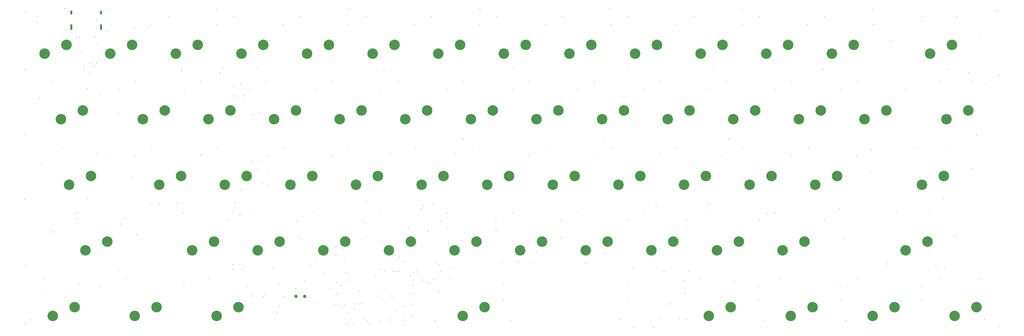
<source format=gbr>
%TF.GenerationSoftware,KiCad,Pcbnew,8.0.3*%
%TF.CreationDate,2024-12-09T14:43:39+08:00*%
%TF.ProjectId,PH60_Rev3,50483630-5f52-4657-9633-2e6b69636164,rev?*%
%TF.SameCoordinates,Original*%
%TF.FileFunction,Plated,1,2,PTH,Mixed*%
%TF.FilePolarity,Positive*%
%FSLAX46Y46*%
G04 Gerber Fmt 4.6, Leading zero omitted, Abs format (unit mm)*
G04 Created by KiCad (PCBNEW 8.0.3) date 2024-12-09 14:43:39*
%MOMM*%
%LPD*%
G01*
G04 APERTURE LIST*
%TA.AperFunction,ComponentDrill*%
%ADD10C,0.200000*%
%TD*%
%TA.AperFunction,ViaDrill*%
%ADD11C,0.300000*%
%TD*%
G04 aperture for slot hole*
%TA.AperFunction,ComponentDrill*%
%ADD12C,0.600000*%
%TD*%
%TA.AperFunction,ComponentDrill*%
%ADD13C,1.000000*%
%TD*%
%TA.AperFunction,ComponentDrill*%
%ADD14C,3.050000*%
%TD*%
G04 APERTURE END LIST*
D10*
%TO.C,U3*%
X132725812Y-113540406D03*
X134635000Y-111631218D03*
X134635000Y-115449594D03*
X136544188Y-113540406D03*
%TD*%
D11*
X29875000Y-85595000D03*
X29885000Y-30965000D03*
X29915000Y-47705000D03*
X29985000Y-66695000D03*
X30005000Y-121505000D03*
X30065000Y-104815000D03*
X31505000Y-120165000D03*
X33265000Y-33765000D03*
X33565000Y-32270000D03*
X34065000Y-56195000D03*
X34915000Y-75365000D03*
X35005000Y-112135000D03*
X35415000Y-108425000D03*
X37905000Y-51285000D03*
X38105000Y-94935000D03*
X40583750Y-70405000D03*
X41565000Y-30085000D03*
X41845000Y-36385000D03*
X44895000Y-38745000D03*
X44945000Y-90995000D03*
X45025000Y-89445000D03*
X45635000Y-109945000D03*
X45695000Y-38305000D03*
X46635000Y-42645000D03*
X46955000Y-47485000D03*
X47235000Y-46735000D03*
X47935000Y-53295000D03*
X48025000Y-85295000D03*
X48675000Y-48535000D03*
X48975000Y-45975000D03*
X49995000Y-46845000D03*
X50275000Y-38315000D03*
X50665000Y-72155000D03*
X50695000Y-33595000D03*
X50705000Y-45965000D03*
X51105000Y-40535000D03*
X51525000Y-110735000D03*
X51675000Y-54625000D03*
X53585000Y-36745000D03*
X53655000Y-29995000D03*
X55155000Y-73615000D03*
X56875000Y-60765000D03*
X57205000Y-53535000D03*
X57415000Y-105855000D03*
X57725000Y-92670000D03*
X58485000Y-90935000D03*
X59275000Y-108465000D03*
X61035000Y-79125000D03*
X61695000Y-35535000D03*
X61920000Y-51325000D03*
X61925000Y-72755000D03*
X62335000Y-95745000D03*
X66445000Y-86595000D03*
X66635000Y-34605000D03*
X66777500Y-70405000D03*
X69055000Y-86795000D03*
X71665000Y-32270000D03*
X74155000Y-86455000D03*
X75315000Y-47330000D03*
X75315000Y-48180000D03*
X75975000Y-89485000D03*
X76105000Y-110725000D03*
X76165000Y-53605000D03*
X80970000Y-51325000D03*
X80985000Y-72585000D03*
X83385000Y-108485000D03*
X85605000Y-30275000D03*
X85735000Y-34635000D03*
X85827500Y-70405000D03*
X86575000Y-48695000D03*
X87495000Y-46915000D03*
X89165000Y-91525000D03*
X90085000Y-104325000D03*
X90185000Y-89085000D03*
X90285000Y-105785000D03*
X90595000Y-55445000D03*
X90635000Y-52675000D03*
X90715000Y-32270000D03*
X90875000Y-86445000D03*
X92325000Y-90055000D03*
X92335000Y-104325000D03*
X92495000Y-52095000D03*
X92625000Y-82515000D03*
X92975000Y-105775000D03*
X93345000Y-104945000D03*
X93595000Y-55435000D03*
X94285000Y-110785000D03*
X95135000Y-53565000D03*
X95335000Y-89455000D03*
X95675000Y-113585000D03*
X96045000Y-60785000D03*
X96055000Y-74615000D03*
X97375000Y-47515000D03*
X97515000Y-76625000D03*
X98005000Y-60255000D03*
X98425000Y-74585000D03*
X98755000Y-80835000D03*
X99064479Y-113685521D03*
X99665521Y-113084479D03*
X100020000Y-51325000D03*
X100605000Y-72705000D03*
X100655000Y-77025000D03*
X100665000Y-81585000D03*
X101915000Y-105555000D03*
X103145000Y-118435000D03*
X103675000Y-110085000D03*
X103855000Y-116615000D03*
X104835000Y-34725000D03*
X104877500Y-70405000D03*
X105085000Y-113755000D03*
X108605000Y-111425000D03*
X108625000Y-91815000D03*
X109515000Y-96395000D03*
X109765000Y-32270000D03*
X111295000Y-109275000D03*
X112695000Y-104815000D03*
X113905000Y-89405000D03*
X114135000Y-115475000D03*
X114295000Y-53655000D03*
X114425000Y-102805000D03*
X116755000Y-107225000D03*
X118505000Y-111335000D03*
X119015000Y-72765000D03*
X119070000Y-51325000D03*
X120085000Y-99485000D03*
X120165000Y-115955000D03*
X120195000Y-101785000D03*
X120335000Y-109565000D03*
X120505000Y-113065000D03*
X121525000Y-115985000D03*
X121725000Y-110475000D03*
X122495000Y-116645000D03*
X122565000Y-102375000D03*
X122685000Y-115935000D03*
X123275000Y-106805000D03*
X123515000Y-121645000D03*
X123555000Y-118315000D03*
X123835000Y-34635000D03*
X123927500Y-70405000D03*
X123985000Y-30065000D03*
X123995000Y-109385000D03*
X125355000Y-121595000D03*
X125485000Y-117185000D03*
X125685000Y-115895000D03*
X126715000Y-115905000D03*
X127065000Y-112175000D03*
X127775000Y-115825000D03*
X128155000Y-91735000D03*
X128515000Y-120225000D03*
X128615000Y-96435000D03*
X128815000Y-32270000D03*
X128845000Y-86145000D03*
X129205000Y-120875000D03*
X130065000Y-121545000D03*
X131715000Y-107705000D03*
X133005000Y-121005000D03*
X133250000Y-105940000D03*
X133345000Y-53695000D03*
X133355000Y-97875000D03*
X133422500Y-89455000D03*
X134125000Y-47845000D03*
X134445000Y-106305000D03*
X135775000Y-72235000D03*
X136035000Y-120545000D03*
X136765000Y-106355000D03*
X137665000Y-106365000D03*
X137798472Y-118095000D03*
X138120000Y-51325000D03*
X138625000Y-106425000D03*
X138655000Y-101945000D03*
X139585000Y-116535000D03*
X140005000Y-120505000D03*
X140305000Y-103705000D03*
X141155000Y-93975000D03*
X141795000Y-107675000D03*
X141825000Y-112945000D03*
X141880000Y-114050000D03*
X142085000Y-115945000D03*
X142275000Y-119335000D03*
X142405000Y-110415000D03*
X142675000Y-106785000D03*
X142915000Y-34755000D03*
X142950000Y-112730000D03*
X142977500Y-70405000D03*
X143575000Y-106145000D03*
X143855000Y-107285000D03*
X144915000Y-88165000D03*
X144955000Y-108285000D03*
X145665000Y-87275000D03*
X145695000Y-108965000D03*
X146565000Y-109615000D03*
X146935000Y-94695000D03*
X147565000Y-109905000D03*
X147865000Y-32270000D03*
X148365000Y-86945000D03*
X148815000Y-108845000D03*
X148985000Y-120675000D03*
X149385000Y-103825000D03*
X150105000Y-112195000D03*
X150165000Y-104625000D03*
X150455000Y-106405000D03*
X150535000Y-91805000D03*
X152395000Y-53595000D03*
X152472500Y-89455000D03*
X152655000Y-93545000D03*
X153205000Y-108495000D03*
X153565000Y-105525000D03*
X154865000Y-72185000D03*
X157055000Y-67935000D03*
X157170000Y-51325000D03*
X161905000Y-34825000D03*
X161995000Y-30105000D03*
X162027500Y-70405000D03*
X166635000Y-91745000D03*
X166655000Y-94695000D03*
X166915000Y-32270000D03*
X168495000Y-103655000D03*
X168855000Y-114705000D03*
X168905000Y-110055000D03*
X170895000Y-120815000D03*
X171522500Y-89455000D03*
X171555000Y-53635000D03*
X171865000Y-47575000D03*
X173095000Y-103605000D03*
X176145000Y-72585000D03*
X176220000Y-51325000D03*
X177545000Y-103835000D03*
X178375000Y-100655000D03*
X181015000Y-34685000D03*
X181077500Y-70405000D03*
X185585000Y-96695000D03*
X185635000Y-91685000D03*
X185965000Y-32270000D03*
X190525000Y-53615000D03*
X190572500Y-89455000D03*
X192765000Y-103925000D03*
X195185000Y-72515000D03*
X195270000Y-51325000D03*
X197992500Y-68385000D03*
X198285000Y-101115000D03*
X199845000Y-30105000D03*
X200015000Y-34685000D03*
X200127500Y-70405000D03*
X202745000Y-120445000D03*
X204735000Y-91615000D03*
X204985000Y-114815000D03*
X204995000Y-47545000D03*
X205015000Y-32270000D03*
X205075000Y-110305000D03*
X206445000Y-105495000D03*
X206585000Y-122705000D03*
X209595000Y-53515000D03*
X209622500Y-89455000D03*
X212375000Y-122695000D03*
X213165000Y-87382500D03*
X214335000Y-51325000D03*
X214345000Y-72515000D03*
X214434999Y-119935000D03*
X215395000Y-106485000D03*
X217145000Y-115845000D03*
X219095000Y-34685000D03*
X219177500Y-70405000D03*
X219985000Y-119965000D03*
X221435000Y-109095000D03*
X221435000Y-112695000D03*
X221855000Y-91305000D03*
X221859265Y-120470735D03*
X222695000Y-106385000D03*
X224065000Y-32270000D03*
X225875000Y-108505000D03*
X228475000Y-86845000D03*
X228595000Y-53515000D03*
X228672500Y-89455000D03*
X229885000Y-47805000D03*
X232545000Y-72685000D03*
X233590000Y-51320000D03*
X234295000Y-67975000D03*
X235785000Y-109445000D03*
X237935000Y-30275000D03*
X238085000Y-34685000D03*
X238255000Y-70405000D03*
X242695000Y-110725000D03*
X242885000Y-114825000D03*
X243075000Y-91635000D03*
X243115000Y-32270000D03*
X244345000Y-120625000D03*
X245475000Y-89565000D03*
X247722500Y-89455000D03*
X247725000Y-53555000D03*
X249035000Y-108475000D03*
X252395000Y-72575000D03*
X252640000Y-51320000D03*
X257155000Y-34635000D03*
X257485000Y-70415000D03*
X261655000Y-47695000D03*
X261995000Y-91755000D03*
X262165000Y-32270000D03*
X266275000Y-88095000D03*
X266535000Y-110625000D03*
X266705000Y-53565000D03*
X266725000Y-114565000D03*
X267695000Y-96775000D03*
X268285000Y-120745000D03*
X271415000Y-72695000D03*
X271690000Y-51320000D03*
X271705000Y-108515000D03*
X275275000Y-77345000D03*
X275625000Y-70985000D03*
X276115000Y-30275000D03*
X276205000Y-34635000D03*
X280265000Y-104305000D03*
X281355000Y-39265000D03*
X283175000Y-89475000D03*
X285715000Y-53585000D03*
X288225000Y-70395000D03*
X290415000Y-114775000D03*
X290465000Y-110675000D03*
X290739293Y-32270707D03*
X292665000Y-89485000D03*
X294435000Y-104955000D03*
X295503207Y-51319293D03*
X295895000Y-108445000D03*
X296620000Y-85270000D03*
X297170000Y-105670000D03*
X297245000Y-70405000D03*
X298235000Y-47675000D03*
X300025000Y-96085000D03*
X300425000Y-32435000D03*
X303945000Y-48595000D03*
X304815000Y-51315000D03*
X304885000Y-76465000D03*
X306235000Y-66815000D03*
X307055000Y-38295000D03*
X307585000Y-108705000D03*
X308515000Y-120295000D03*
X309165000Y-51955000D03*
X312165000Y-30675000D03*
X312655000Y-122245000D03*
X312805000Y-49445000D03*
D12*
%TO.C,J1*%
X43305000Y-31475000D02*
X43305000Y-30875000D01*
X43305000Y-35905000D02*
X43305000Y-34805000D01*
X51945000Y-31475000D02*
X51945000Y-30875000D01*
X51945000Y-35905000D02*
X51945000Y-34805000D01*
D13*
%TO.C,J2*%
X108620000Y-113625000D03*
X111160000Y-113625000D03*
D14*
%TO.C,S1*%
X35560000Y-43180000D03*
%TO.C,S54*%
X37941250Y-119380000D03*
%TO.C,S15*%
X40322500Y-62230000D03*
%TO.C,S1*%
X41910000Y-40640000D03*
%TO.C,S29*%
X42703750Y-81280000D03*
%TO.C,S54*%
X44291250Y-116840000D03*
%TO.C,S15*%
X46672500Y-59690000D03*
%TO.C,S42*%
X47466250Y-100330000D03*
%TO.C,S29*%
X49053750Y-78740000D03*
%TO.C,S42*%
X53816250Y-97790000D03*
%TO.C,S2*%
X54610000Y-43180000D03*
X60960000Y-40640000D03*
%TO.C,S55*%
X61753750Y-119380000D03*
%TO.C,S16*%
X64135000Y-62230000D03*
%TO.C,S55*%
X68103750Y-116840000D03*
%TO.C,S30*%
X68897500Y-81280000D03*
%TO.C,S16*%
X70485000Y-59690000D03*
%TO.C,S3*%
X73660000Y-43180000D03*
%TO.C,S30*%
X75247500Y-78740000D03*
%TO.C,S43*%
X78422500Y-100330000D03*
%TO.C,S3*%
X80010000Y-40640000D03*
%TO.C,S17*%
X83185000Y-62230000D03*
%TO.C,S43*%
X84772500Y-97790000D03*
%TO.C,S56*%
X85566250Y-119380000D03*
%TO.C,S31*%
X87947500Y-81280000D03*
%TO.C,S17*%
X89535000Y-59690000D03*
%TO.C,S56*%
X91916250Y-116840000D03*
%TO.C,S4*%
X92710000Y-43180000D03*
%TO.C,S31*%
X94297500Y-78740000D03*
%TO.C,S44*%
X97472500Y-100330000D03*
%TO.C,S4*%
X99060000Y-40640000D03*
%TO.C,S18*%
X102235000Y-62230000D03*
%TO.C,S44*%
X103822500Y-97790000D03*
%TO.C,S32*%
X106997500Y-81280000D03*
%TO.C,S18*%
X108585000Y-59690000D03*
%TO.C,S5*%
X111760000Y-43180000D03*
%TO.C,S32*%
X113347500Y-78740000D03*
%TO.C,S45*%
X116522500Y-100330000D03*
%TO.C,S5*%
X118110000Y-40640000D03*
%TO.C,S19*%
X121285000Y-62230000D03*
%TO.C,S45*%
X122872500Y-97790000D03*
%TO.C,S33*%
X126047500Y-81280000D03*
%TO.C,S19*%
X127635000Y-59690000D03*
%TO.C,S6*%
X130810000Y-43180000D03*
%TO.C,S33*%
X132397500Y-78740000D03*
%TO.C,S46*%
X135572500Y-100330000D03*
%TO.C,S6*%
X137160000Y-40640000D03*
%TO.C,S20*%
X140335000Y-62230000D03*
%TO.C,S46*%
X141922500Y-97790000D03*
%TO.C,S34*%
X145097500Y-81280000D03*
%TO.C,S20*%
X146685000Y-59690000D03*
%TO.C,S7*%
X149860000Y-43180000D03*
%TO.C,S34*%
X151447500Y-78740000D03*
%TO.C,S47*%
X154622500Y-100330000D03*
%TO.C,S7*%
X156210000Y-40640000D03*
%TO.C,S57*%
X157003750Y-119380000D03*
%TO.C,S21*%
X159385000Y-62230000D03*
%TO.C,S47*%
X160972500Y-97790000D03*
%TO.C,S57*%
X163353750Y-116840000D03*
%TO.C,S35*%
X164147500Y-81280000D03*
%TO.C,S21*%
X165735000Y-59690000D03*
%TO.C,S8*%
X168910000Y-43180000D03*
%TO.C,S35*%
X170497500Y-78740000D03*
%TO.C,S48*%
X173672500Y-100330000D03*
%TO.C,S8*%
X175260000Y-40640000D03*
%TO.C,S22*%
X178435000Y-62230000D03*
%TO.C,S48*%
X180022500Y-97790000D03*
%TO.C,S36*%
X183197500Y-81280000D03*
%TO.C,S22*%
X184785000Y-59690000D03*
%TO.C,S9*%
X187960000Y-43180000D03*
%TO.C,S36*%
X189547500Y-78740000D03*
%TO.C,S49*%
X192722500Y-100330000D03*
%TO.C,S9*%
X194310000Y-40640000D03*
%TO.C,S23*%
X197485000Y-62230000D03*
%TO.C,S49*%
X199072500Y-97790000D03*
%TO.C,S37*%
X202247500Y-81280000D03*
%TO.C,S23*%
X203835000Y-59690000D03*
%TO.C,S10*%
X207010000Y-43180000D03*
%TO.C,S37*%
X208597500Y-78740000D03*
%TO.C,S50*%
X211772500Y-100330000D03*
%TO.C,S10*%
X213360000Y-40640000D03*
%TO.C,S24*%
X216535000Y-62230000D03*
%TO.C,S50*%
X218122500Y-97790000D03*
%TO.C,S38*%
X221297500Y-81280000D03*
%TO.C,S24*%
X222885000Y-59690000D03*
%TO.C,S11*%
X226060000Y-43180000D03*
%TO.C,S38*%
X227647500Y-78740000D03*
%TO.C,S58*%
X228441250Y-119380000D03*
%TO.C,S51*%
X230822500Y-100330000D03*
%TO.C,S11*%
X232410000Y-40640000D03*
%TO.C,S58*%
X234791250Y-116840000D03*
%TO.C,S25*%
X235585000Y-62230000D03*
%TO.C,S51*%
X237172500Y-97790000D03*
%TO.C,S39*%
X240347500Y-81280000D03*
%TO.C,S25*%
X241935000Y-59690000D03*
%TO.C,S12*%
X245110000Y-43180000D03*
%TO.C,S39*%
X246697500Y-78740000D03*
%TO.C,S52*%
X249872500Y-100330000D03*
%TO.C,S12*%
X251460000Y-40640000D03*
%TO.C,S59*%
X252253750Y-119380000D03*
%TO.C,S26*%
X254635000Y-62230000D03*
%TO.C,S52*%
X256222500Y-97790000D03*
%TO.C,S59*%
X258603750Y-116840000D03*
%TO.C,S40*%
X259397500Y-81280000D03*
%TO.C,S26*%
X260985000Y-59690000D03*
%TO.C,S13*%
X264160000Y-43180000D03*
%TO.C,S40*%
X265747500Y-78740000D03*
%TO.C,S13*%
X270510000Y-40640000D03*
%TO.C,S27*%
X273685000Y-62230000D03*
%TO.C,S60*%
X276066250Y-119380000D03*
%TO.C,S27*%
X280035000Y-59690000D03*
%TO.C,S60*%
X282416250Y-116840000D03*
%TO.C,S53*%
X285591250Y-100330000D03*
%TO.C,S41*%
X290353750Y-81280000D03*
%TO.C,S53*%
X291941250Y-97790000D03*
%TO.C,S14*%
X292735000Y-43180000D03*
%TO.C,S41*%
X296703750Y-78740000D03*
%TO.C,S28*%
X297497500Y-62230000D03*
%TO.C,S14*%
X299085000Y-40640000D03*
%TO.C,S61*%
X299878750Y-119380000D03*
%TO.C,S28*%
X303847500Y-59690000D03*
%TO.C,S61*%
X306228750Y-116840000D03*
M02*

</source>
